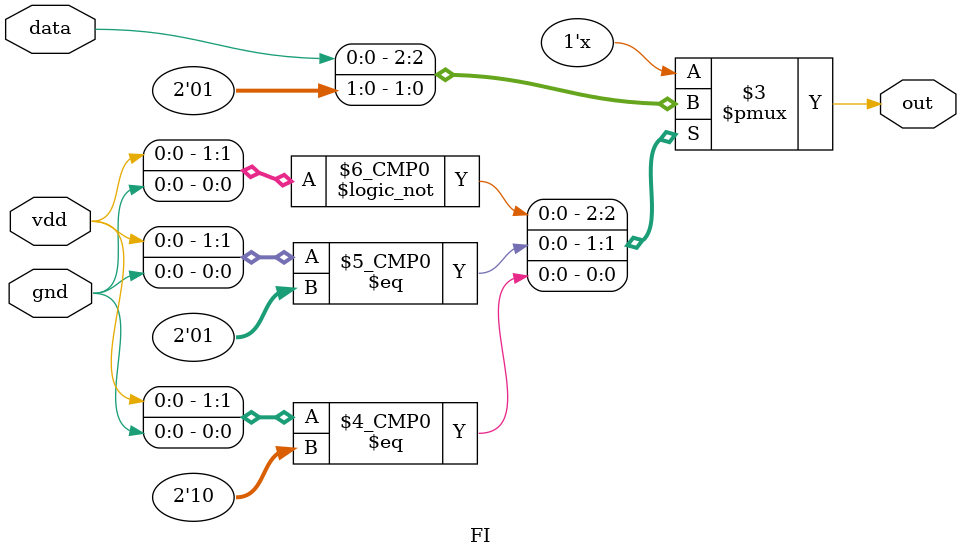
<source format=sv>
module FI (
    input logic vdd, // 
    input logic gnd, // 
    input logic data, // 
    output logic out
);
    always_comb begin : mux
        case ({vdd, gnd})
            2'b00: out = data;
            2'b01: out = 1'b0;
            2'b10: out = 1'b1;
            2'b11: out = 1'bx;
        endcase
    end
endmodule
</source>
